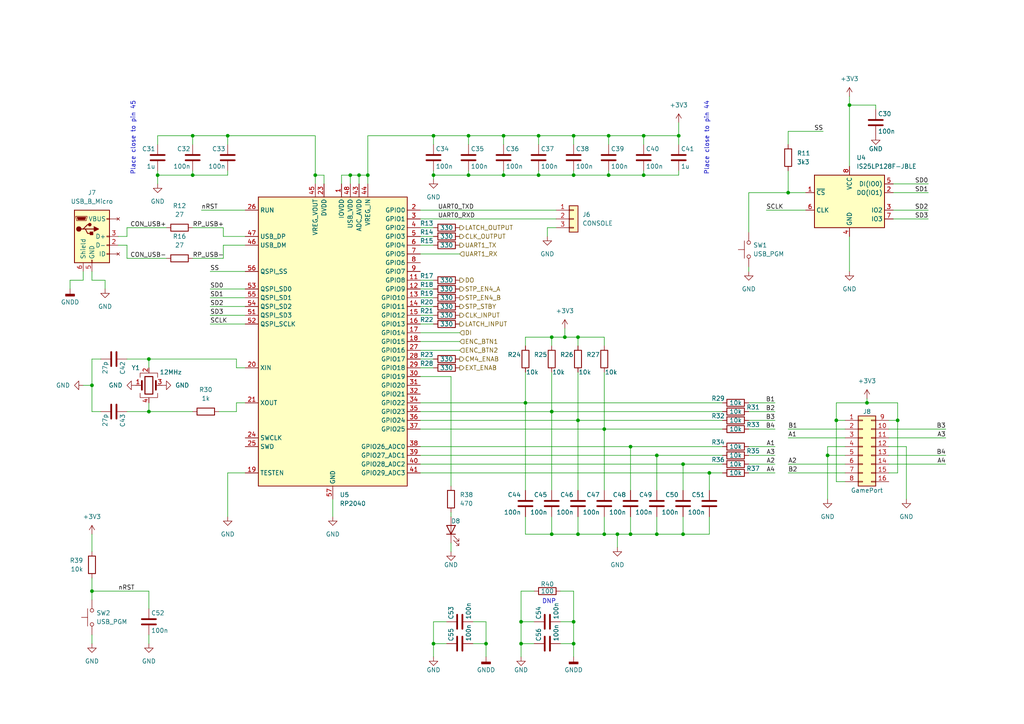
<source format=kicad_sch>
(kicad_sch (version 20211123) (generator eeschema)
  (paper "A4")
  (title_block (title "Cockpit CPU Card") (date "2023-01-21") (rev "A") (company "https://github.com/peterheinrich/DA20-C1-ProcedureTrainer") (comment 1 "Open Hardware") (comment 2 "License: CERN-OHL-P") (comment 3 "© 2023 by Peter Heinrich") (comment 4 "DA20 Hardware Cockpit Simulator Project"))
  (junction (at 246.38 30.48))
  (junction (at 91.44 50.8))
  (junction (at 251.46 116.84))
  (junction (at 135.89 50.8))
  (junction (at 125.73 50.8))
  (junction (at 196.85 39.37))
  (junction (at 179.07 154.94))
  (junction (at 156.21 50.8))
  (junction (at 151.13 186.69))
  (junction (at 240.03 132.08))
  (junction (at 166.37 39.37))
  (junction (at 182.88 129.54))
  (junction (at 43.18 104.14))
  (junction (at 198.12 134.62))
  (junction (at 43.18 119.38))
  (junction (at 175.26 154.94))
  (junction (at 166.37 186.69))
  (junction (at 146.05 50.8))
  (junction (at 198.12 154.94))
  (junction (at 152.4 116.84))
  (junction (at 176.53 50.8))
  (junction (at 66.04 39.37))
  (junction (at 101.6 50.8))
  (junction (at 55.88 50.8))
  (junction (at 166.37 180.34))
  (junction (at 205.74 137.16))
  (junction (at 190.5 154.94))
  (junction (at 160.02 154.94))
  (junction (at 125.73 39.37))
  (junction (at 146.05 39.37))
  (junction (at 186.69 50.8))
  (junction (at 176.53 39.37))
  (junction (at 45.72 50.8))
  (junction (at 175.26 124.46))
  (junction (at 228.6 55.88))
  (junction (at 163.83 97.79))
  (junction (at 260.35 121.92))
  (junction (at 106.68 50.8))
  (junction (at 166.37 50.8))
  (junction (at 125.73 186.69))
  (junction (at 26.67 111.76))
  (junction (at 182.88 154.94))
  (junction (at 160.02 119.38))
  (junction (at 167.64 121.92))
  (junction (at 242.57 121.92))
  (junction (at 167.64 97.79))
  (junction (at 156.21 39.37))
  (junction (at 190.5 132.08))
  (junction (at 151.13 180.34))
  (junction (at 55.88 39.37))
  (junction (at 186.69 39.37))
  (junction (at 26.67 171.45))
  (junction (at 160.02 97.79))
  (junction (at 167.64 154.94))
  (junction (at 104.14 50.8))
  (junction (at 140.97 186.69))
  (junction (at 135.89 39.37))
  (wire (pts (xy 228.6 127) (xy 245.11 127)))
  (wire (pts (xy 151.13 186.69) (xy 154.94 186.69)))
  (wire (pts (xy 121.92 73.66) (xy 133.35 73.66)))
  (wire (pts (xy 209.55 116.84) (xy 152.4 116.84)))
  (wire (pts (xy 209.55 119.38) (xy 160.02 119.38)))
  (wire (pts (xy 121.92 63.5) (xy 161.29 63.5)))
  (wire (pts (xy 257.81 124.46) (xy 274.32 124.46)))
  (wire (pts (xy 176.53 50.8) (xy 186.69 50.8)))
  (wire (pts (xy 205.74 154.94) (xy 198.12 154.94)))
  (wire (pts (xy 166.37 50.8) (xy 176.53 50.8)))
  (wire (pts (xy 162.56 180.34) (xy 166.37 180.34)))
  (wire (pts (xy 68.58 104.14) (xy 43.18 104.14)))
  (wire (pts (xy 55.88 39.37) (xy 55.88 41.91)))
  (wire (pts (xy 93.98 53.34) (xy 93.98 50.8)))
  (wire (pts (xy 68.58 119.38) (xy 68.58 116.84)))
  (wire (pts (xy 175.26 97.79) (xy 175.26 100.33)))
  (wire (pts (xy 163.83 95.25) (xy 163.83 97.79)))
  (wire (pts (xy 26.67 119.38) (xy 29.21 119.38)))
  (wire (pts (xy 198.12 154.94) (xy 190.5 154.94)))
  (wire (pts (xy 130.81 109.22) (xy 121.92 109.22)))
  (wire (pts (xy 26.67 184.15) (xy 26.67 186.69)))
  (wire (pts (xy 146.05 39.37) (xy 146.05 41.91)))
  (wire (pts (xy 26.67 111.76) (xy 26.67 119.38)))
  (wire (pts (xy 246.38 48.26) (xy 246.38 30.48)))
  (wire (pts (xy 125.73 50.8) (xy 125.73 52.07)))
  (wire (pts (xy 166.37 50.8) (xy 166.37 49.53)))
  (wire (pts (xy 246.38 27.94) (xy 246.38 30.48)))
  (wire (pts (xy 242.57 121.92) (xy 245.11 121.92)))
  (wire (pts (xy 121.92 66.04) (xy 125.73 66.04)))
  (wire (pts (xy 222.25 60.96) (xy 233.68 60.96)))
  (wire (pts (xy 152.4 116.84) (xy 152.4 142.24)))
  (wire (pts (xy 259.08 63.5) (xy 269.24 63.5)))
  (wire (pts (xy 91.44 50.8) (xy 91.44 53.34)))
  (wire (pts (xy 209.55 129.54) (xy 182.88 129.54)))
  (wire (pts (xy 121.92 106.68) (xy 125.73 106.68)))
  (wire (pts (xy 26.67 78.74) (xy 26.67 81.28)))
  (wire (pts (xy 48.26 66.04) (xy 36.83 66.04)))
  (wire (pts (xy 260.35 121.92) (xy 257.81 121.92)))
  (wire (pts (xy 196.85 50.8) (xy 196.85 49.53)))
  (wire (pts (xy 30.48 83.82) (xy 30.48 81.28)))
  (wire (pts (xy 26.67 104.14) (xy 26.67 111.76)))
  (wire (pts (xy 26.67 167.64) (xy 26.67 171.45)))
  (wire (pts (xy 58.42 60.96) (xy 71.12 60.96)))
  (wire (pts (xy 55.88 50.8) (xy 66.04 50.8)))
  (wire (pts (xy 228.6 124.46) (xy 245.11 124.46)))
  (wire (pts (xy 24.13 111.76) (xy 26.67 111.76)))
  (wire (pts (xy 209.55 132.08) (xy 190.5 132.08)))
  (wire (pts (xy 121.92 68.58) (xy 125.73 68.58)))
  (wire (pts (xy 29.21 104.14) (xy 26.67 104.14)))
  (wire (pts (xy 121.92 91.44) (xy 125.73 91.44)))
  (wire (pts (xy 224.79 116.84) (xy 217.17 116.84)))
  (wire (pts (xy 66.04 39.37) (xy 66.04 41.91)))
  (wire (pts (xy 125.73 180.34) (xy 129.54 180.34)))
  (wire (pts (xy 121.92 101.6) (xy 133.35 101.6)))
  (wire (pts (xy 151.13 186.69) (xy 151.13 180.34)))
  (wire (pts (xy 186.69 50.8) (xy 186.69 49.53)))
  (wire (pts (xy 43.18 184.15) (xy 43.18 186.69)))
  (wire (pts (xy 43.18 104.14) (xy 43.18 106.68)))
  (wire (pts (xy 152.4 154.94) (xy 152.4 149.86)))
  (wire (pts (xy 151.13 180.34) (xy 154.94 180.34)))
  (wire (pts (xy 63.5 119.38) (xy 68.58 119.38)))
  (wire (pts (xy 158.75 66.04) (xy 161.29 66.04)))
  (wire (pts (xy 175.26 124.46) (xy 175.26 142.24)))
  (wire (pts (xy 137.16 180.34) (xy 140.97 180.34)))
  (wire (pts (xy 121.92 86.36) (xy 125.73 86.36)))
  (wire (pts (xy 240.03 132.08) (xy 240.03 144.78)))
  (wire (pts (xy 121.92 104.14) (xy 125.73 104.14)))
  (wire (pts (xy 121.92 81.28) (xy 125.73 81.28)))
  (wire (pts (xy 156.21 50.8) (xy 156.21 49.53)))
  (wire (pts (xy 140.97 186.69) (xy 140.97 190.5)))
  (wire (pts (xy 60.96 88.9) (xy 71.12 88.9)))
  (wire (pts (xy 186.69 39.37) (xy 196.85 39.37)))
  (wire (pts (xy 71.12 106.68) (xy 68.58 106.68)))
  (wire (pts (xy 251.46 116.84) (xy 242.57 116.84)))
  (wire (pts (xy 158.75 68.58) (xy 158.75 66.04)))
  (wire (pts (xy 34.29 71.12) (xy 36.83 71.12)))
  (wire (pts (xy 106.68 50.8) (xy 106.68 53.34)))
  (wire (pts (xy 156.21 50.8) (xy 166.37 50.8)))
  (wire (pts (xy 45.72 41.91) (xy 45.72 39.37)))
  (wire (pts (xy 96.52 144.78) (xy 96.52 149.86)))
  (wire (pts (xy 228.6 49.53) (xy 228.6 55.88)))
  (wire (pts (xy 24.13 78.74) (xy 24.13 81.28)))
  (wire (pts (xy 166.37 39.37) (xy 166.37 41.91)))
  (wire (pts (xy 160.02 107.95) (xy 160.02 119.38)))
  (wire (pts (xy 30.48 81.28) (xy 26.67 81.28)))
  (wire (pts (xy 179.07 154.94) (xy 179.07 158.75)))
  (wire (pts (xy 68.58 116.84) (xy 71.12 116.84)))
  (wire (pts (xy 45.72 50.8) (xy 55.88 50.8)))
  (wire (pts (xy 36.83 74.93) (xy 48.26 74.93)))
  (wire (pts (xy 66.04 50.8) (xy 66.04 49.53)))
  (wire (pts (xy 45.72 50.8) (xy 45.72 53.34)))
  (wire (pts (xy 146.05 50.8) (xy 156.21 50.8)))
  (wire (pts (xy 163.83 97.79) (xy 160.02 97.79)))
  (wire (pts (xy 125.73 39.37) (xy 125.73 41.91)))
  (wire (pts (xy 55.88 66.04) (xy 64.77 66.04)))
  (wire (pts (xy 166.37 186.69) (xy 166.37 190.5)))
  (wire (pts (xy 262.89 129.54) (xy 262.89 144.78)))
  (wire (pts (xy 205.74 154.94) (xy 205.74 149.86)))
  (wire (pts (xy 36.83 71.12) (xy 36.83 74.93)))
  (wire (pts (xy 156.21 39.37) (xy 166.37 39.37)))
  (wire (pts (xy 60.96 91.44) (xy 71.12 91.44)))
  (wire (pts (xy 121.92 99.06) (xy 133.35 99.06)))
  (wire (pts (xy 166.37 171.45) (xy 166.37 180.34)))
  (wire (pts (xy 190.5 132.08) (xy 190.5 142.24)))
  (wire (pts (xy 257.81 127) (xy 274.32 127)))
  (wire (pts (xy 125.73 190.5) (xy 125.73 186.69)))
  (wire (pts (xy 254 30.48) (xy 254 31.75)))
  (wire (pts (xy 259.08 60.96) (xy 269.24 60.96)))
  (wire (pts (xy 146.05 50.8) (xy 146.05 49.53)))
  (wire (pts (xy 26.67 154.94) (xy 26.67 160.02)))
  (wire (pts (xy 246.38 30.48) (xy 254 30.48)))
  (wire (pts (xy 60.96 93.98) (xy 71.12 93.98)))
  (wire (pts (xy 160.02 119.38) (xy 160.02 142.24)))
  (wire (pts (xy 167.64 154.94) (xy 160.02 154.94)))
  (wire (pts (xy 125.73 50.8) (xy 135.89 50.8)))
  (wire (pts (xy 179.07 154.94) (xy 175.26 154.94)))
  (wire (pts (xy 130.81 157.48) (xy 130.81 160.02)))
  (wire (pts (xy 167.64 97.79) (xy 163.83 97.79)))
  (wire (pts (xy 240.03 129.54) (xy 240.03 132.08)))
  (wire (pts (xy 125.73 39.37) (xy 135.89 39.37)))
  (wire (pts (xy 125.73 186.69) (xy 129.54 186.69)))
  (wire (pts (xy 167.64 97.79) (xy 167.64 100.33)))
  (wire (pts (xy 209.55 134.62) (xy 198.12 134.62)))
  (wire (pts (xy 135.89 39.37) (xy 135.89 41.91)))
  (wire (pts (xy 66.04 39.37) (xy 91.44 39.37)))
  (wire (pts (xy 217.17 67.31) (xy 217.17 55.88)))
  (wire (pts (xy 154.94 171.45) (xy 151.13 171.45)))
  (wire (pts (xy 121.92 60.96) (xy 161.29 60.96)))
  (wire (pts (xy 26.67 171.45) (xy 43.18 171.45)))
  (wire (pts (xy 121.92 121.92) (xy 167.64 121.92)))
  (wire (pts (xy 121.92 96.52) (xy 133.35 96.52)))
  (wire (pts (xy 55.88 50.8) (xy 55.88 49.53)))
  (wire (pts (xy 162.56 186.69) (xy 166.37 186.69)))
  (wire (pts (xy 106.68 50.8) (xy 106.68 39.37)))
  (wire (pts (xy 101.6 50.8) (xy 104.14 50.8)))
  (wire (pts (xy 228.6 41.91) (xy 228.6 38.1)))
  (wire (pts (xy 209.55 137.16) (xy 205.74 137.16)))
  (wire (pts (xy 45.72 39.37) (xy 55.88 39.37)))
  (wire (pts (xy 152.4 97.79) (xy 152.4 100.33)))
  (wire (pts (xy 36.83 66.04) (xy 36.83 68.58)))
  (wire (pts (xy 121.92 137.16) (xy 205.74 137.16)))
  (wire (pts (xy 156.21 39.37) (xy 156.21 41.91)))
  (wire (pts (xy 245.11 129.54) (xy 240.03 129.54)))
  (wire (pts (xy 135.89 50.8) (xy 135.89 49.53)))
  (wire (pts (xy 182.88 154.94) (xy 182.88 149.86)))
  (wire (pts (xy 121.92 132.08) (xy 190.5 132.08)))
  (wire (pts (xy 121.92 93.98) (xy 125.73 93.98)))
  (wire (pts (xy 209.55 121.92) (xy 167.64 121.92)))
  (wire (pts (xy 60.96 78.74) (xy 71.12 78.74)))
  (wire (pts (xy 224.79 132.08) (xy 217.17 132.08)))
  (wire (pts (xy 104.14 50.8) (xy 106.68 50.8)))
  (wire (pts (xy 146.05 39.37) (xy 156.21 39.37)))
  (wire (pts (xy 130.81 149.86) (xy 130.81 148.59)))
  (wire (pts (xy 121.92 88.9) (xy 125.73 88.9)))
  (wire (pts (xy 26.67 171.45) (xy 26.67 173.99)))
  (wire (pts (xy 55.88 119.38) (xy 43.18 119.38)))
  (wire (pts (xy 121.92 134.62) (xy 198.12 134.62)))
  (wire (pts (xy 186.69 50.8) (xy 196.85 50.8)))
  (wire (pts (xy 176.53 50.8) (xy 176.53 49.53)))
  (wire (pts (xy 64.77 74.93) (xy 55.88 74.93)))
  (wire (pts (xy 260.35 116.84) (xy 260.35 121.92)))
  (wire (pts (xy 104.14 50.8) (xy 104.14 53.34)))
  (wire (pts (xy 71.12 71.12) (xy 64.77 71.12)))
  (wire (pts (xy 66.04 137.16) (xy 71.12 137.16)))
  (wire (pts (xy 224.79 124.46) (xy 217.17 124.46)))
  (wire (pts (xy 224.79 121.92) (xy 217.17 121.92)))
  (wire (pts (xy 135.89 50.8) (xy 146.05 50.8)))
  (wire (pts (xy 196.85 39.37) (xy 196.85 41.91)))
  (wire (pts (xy 217.17 78.74) (xy 217.17 77.47)))
  (wire (pts (xy 101.6 50.8) (xy 101.6 53.34)))
  (wire (pts (xy 125.73 186.69) (xy 125.73 180.34)))
  (wire (pts (xy 167.64 121.92) (xy 167.64 142.24)))
  (wire (pts (xy 64.77 71.12) (xy 64.77 74.93)))
  (wire (pts (xy 224.79 137.16) (xy 217.17 137.16)))
  (wire (pts (xy 175.26 154.94) (xy 167.64 154.94)))
  (wire (pts (xy 257.81 137.16) (xy 260.35 137.16)))
  (wire (pts (xy 121.92 124.46) (xy 175.26 124.46)))
  (wire (pts (xy 175.26 97.79) (xy 167.64 97.79)))
  (wire (pts (xy 160.02 97.79) (xy 152.4 97.79)))
  (wire (pts (xy 64.77 68.58) (xy 71.12 68.58)))
  (wire (pts (xy 99.06 50.8) (xy 101.6 50.8)))
  (wire (pts (xy 257.81 129.54) (xy 262.89 129.54)))
  (wire (pts (xy 242.57 116.84) (xy 242.57 121.92)))
  (wire (pts (xy 137.16 186.69) (xy 140.97 186.69)))
  (wire (pts (xy 60.96 86.36) (xy 71.12 86.36)))
  (wire (pts (xy 160.02 154.94) (xy 152.4 154.94)))
  (wire (pts (xy 228.6 137.16) (xy 245.11 137.16)))
  (wire (pts (xy 121.92 129.54) (xy 182.88 129.54)))
  (wire (pts (xy 43.18 119.38) (xy 43.18 116.84)))
  (wire (pts (xy 60.96 83.82) (xy 71.12 83.82)))
  (wire (pts (xy 152.4 107.95) (xy 152.4 116.84)))
  (wire (pts (xy 66.04 149.86) (xy 66.04 137.16)))
  (wire (pts (xy 121.92 119.38) (xy 160.02 119.38)))
  (wire (pts (xy 242.57 139.7) (xy 242.57 121.92)))
  (wire (pts (xy 260.35 137.16) (xy 260.35 121.92)))
  (wire (pts (xy 24.13 81.28) (xy 20.32 81.28)))
  (wire (pts (xy 99.06 53.34) (xy 99.06 50.8)))
  (wire (pts (xy 257.81 132.08) (xy 274.32 132.08)))
  (wire (pts (xy 182.88 129.54) (xy 182.88 142.24)))
  (wire (pts (xy 64.77 66.04) (xy 64.77 68.58)))
  (wire (pts (xy 251.46 115.57) (xy 251.46 116.84)))
  (wire (pts (xy 228.6 55.88) (xy 233.68 55.88)))
  (wire (pts (xy 55.88 39.37) (xy 66.04 39.37)))
  (wire (pts (xy 246.38 68.58) (xy 246.38 78.74)))
  (wire (pts (xy 166.37 180.34) (xy 166.37 186.69)))
  (wire (pts (xy 121.92 83.82) (xy 125.73 83.82)))
  (wire (pts (xy 245.11 139.7) (xy 242.57 139.7)))
  (wire (pts (xy 224.79 134.62) (xy 217.17 134.62)))
  (wire (pts (xy 251.46 116.84) (xy 260.35 116.84)))
  (wire (pts (xy 190.5 154.94) (xy 182.88 154.94)))
  (wire (pts (xy 205.74 137.16) (xy 205.74 142.24)))
  (wire (pts (xy 228.6 38.1) (xy 238.76 38.1)))
  (wire (pts (xy 45.72 49.53) (xy 45.72 50.8)))
  (wire (pts (xy 167.64 107.95) (xy 167.64 121.92)))
  (wire (pts (xy 130.81 140.97) (xy 130.81 109.22)))
  (wire (pts (xy 186.69 39.37) (xy 186.69 41.91)))
  (wire (pts (xy 91.44 39.37) (xy 91.44 50.8)))
  (wire (pts (xy 209.55 124.46) (xy 175.26 124.46)))
  (wire (pts (xy 151.13 190.5) (xy 151.13 186.69)))
  (wire (pts (xy 259.08 53.34) (xy 269.24 53.34)))
  (wire (pts (xy 228.6 134.62) (xy 245.11 134.62)))
  (wire (pts (xy 190.5 154.94) (xy 190.5 149.86)))
  (wire (pts (xy 36.83 104.14) (xy 43.18 104.14)))
  (wire (pts (xy 259.08 55.88) (xy 269.24 55.88)))
  (wire (pts (xy 196.85 35.56) (xy 196.85 39.37)))
  (wire (pts (xy 182.88 154.94) (xy 179.07 154.94)))
  (wire (pts (xy 140.97 180.34) (xy 140.97 186.69)))
  (wire (pts (xy 175.26 107.95) (xy 175.26 124.46)))
  (wire (pts (xy 121.92 116.84) (xy 152.4 116.84)))
  (wire (pts (xy 198.12 154.94) (xy 198.12 149.86)))
  (wire (pts (xy 36.83 119.38) (xy 43.18 119.38)))
  (wire (pts (xy 175.26 149.86) (xy 175.26 154.94)))
  (wire (pts (xy 224.79 119.38) (xy 217.17 119.38)))
  (wire (pts (xy 167.64 154.94) (xy 167.64 149.86)))
  (wire (pts (xy 198.12 134.62) (xy 198.12 142.24)))
  (wire (pts (xy 176.53 39.37) (xy 186.69 39.37)))
  (wire (pts (xy 43.18 171.45) (xy 43.18 176.53)))
  (wire (pts (xy 93.98 50.8) (xy 91.44 50.8)))
  (wire (pts (xy 160.02 97.79) (xy 160.02 100.33)))
  (wire (pts (xy 224.79 129.54) (xy 217.17 129.54)))
  (wire (pts (xy 68.58 106.68) (xy 68.58 104.14)))
  (wire (pts (xy 121.92 71.12) (xy 125.73 71.12)))
  (wire (pts (xy 176.53 39.37) (xy 176.53 41.91)))
  (wire (pts (xy 160.02 154.94) (xy 160.02 149.86)))
  (wire (pts (xy 106.68 39.37) (xy 125.73 39.37)))
  (wire (pts (xy 151.13 180.34) (xy 151.13 171.45)))
  (wire (pts (xy 257.81 134.62) (xy 274.32 134.62)))
  (wire (pts (xy 36.83 68.58) (xy 34.29 68.58)))
  (wire (pts (xy 166.37 171.45) (xy 162.56 171.45)))
  (wire (pts (xy 166.37 39.37) (xy 176.53 39.37)))
  (wire (pts (xy 125.73 49.53) (xy 125.73 50.8)))
  (wire (pts (xy 135.89 39.37) (xy 146.05 39.37)))
  (wire (pts (xy 20.32 81.28) (xy 20.32 83.82)))
  (wire (pts (xy 217.17 55.88) (xy 228.6 55.88)))
  (wire (pts (xy 240.03 132.08) (xy 245.11 132.08)))
  (text "Place close to pin 45" (at 39.37 50.8 90) (effects (font (size 1.27 1.27)) (justify left bottom)))
  (text "Place close to pin 44" (at 205.74 50.8 90) (effects (font (size 1.27 1.27)) (justify left bottom)))
  (text "DNP" (at 161.29 175.26 180) (effects (font (size 1.27 1.27)) (justify right bottom)))
  (label "nRST" (at 58.42 60.96 0))
  (label "A2" (at 228.6 134.62 0))
  (label "UART0_RXD" (at 127 63.5 0))
  (label "A3" (at 274.32 127 180))
  (label "SS" (at 60.96 78.74 0))
  (label "B1" (at 224.79 116.84 180))
  (label "SD1" (at 269.24 55.88 180))
  (label "A2" (at 224.79 134.62 180))
  (label "B3" (at 224.79 121.92 180))
  (label "SD3" (at 269.24 63.5 180))
  (label "SD3" (at 60.96 91.44 0))
  (label "RP_USB+" (at 55.88 66.04 0))
  (label "A3" (at 224.79 132.08 180))
  (label "A4" (at 274.32 134.62 180))
  (label "SS" (at 238.76 38.1 180))
  (label "nRST" (at 34.29 171.45 0))
  (label "A1" (at 228.6 127 0))
  (label "B4" (at 274.32 132.08 180))
  (label "SD2" (at 269.24 60.96 180))
  (label "B2" (at 224.79 119.38 180))
  (label "UART0_TXD" (at 127 60.96 0))
  (label "CON_USB+" (at 48.26 66.04 180))
  (label "B4" (at 224.79 124.46 180))
  (label "RP_USB-" (at 55.88 74.93 0))
  (label "B1" (at 228.6 124.46 0))
  (label "CON_USB-" (at 48.26 74.93 180))
  (label "SCLK" (at 60.96 93.98 0))
  (label "SD2" (at 60.96 88.9 0))
  (label "SD1" (at 60.96 86.36 0))
  (label "SD0" (at 269.24 53.34 180))
  (label "B3" (at 274.32 124.46 180))
  (label "A1" (at 224.79 129.54 180))
  (label "B2" (at 228.6 137.16 0))
  (label "SCLK" (at 222.25 60.96 0))
  (label "A4" (at 224.79 137.16 180))
  (label "SD0" (at 60.96 83.82 0))
  (hierarchical_label "UART1_RX" (shape input) (at 133.35 73.66 0))
  (hierarchical_label "ENC_BTN1" (shape input) (at 133.35 99.06 0))
  (hierarchical_label "DO" (shape output) (at 133.35 81.28 0))
  (hierarchical_label "STP_STBY" (shape output) (at 133.35 88.9 0))
  (hierarchical_label "STP_EN4_B" (shape output) (at 133.35 86.36 0))
  (hierarchical_label "ENC_BTN2" (shape input) (at 133.35 101.6 0))
  (hierarchical_label "CLK_OUTPUT" (shape output) (at 133.35 68.58 0))
  (hierarchical_label "CM4_ENAB" (shape output) (at 133.35 104.14 0))
  (hierarchical_label "STP_EN4_A" (shape output) (at 133.35 83.82 0))
  (hierarchical_label "DI" (shape input) (at 133.35 96.52 0))
  (hierarchical_label "UART1_TX" (shape output) (at 133.35 71.12 0))
  (hierarchical_label "LATCH_OUTPUT" (shape output) (at 133.35 66.04 0))
  (hierarchical_label "EXT_ENAB" (shape output) (at 133.35 106.68 0))
  (hierarchical_label "LATCH_INPUT" (shape output) (at 133.35 93.98 0))
  (hierarchical_label "CLK_INPUT" (shape output) (at 133.35 91.44 0))
  (symbol (lib_id "Device:R") (at 158.75 171.45 270) (mirror x) (unit 1) (in_bom no)
    (property "Reference" "R40" (at 158.75 169.418 90))
    (property "Value" "100" (at 158.75 171.45 90))
    (property "Footprint" "Resistor_SMD:R_0805_2012Metric" (effects hide))
    (property "MPN" "MC01W08051100R" (effects hide))
    (property "ON_FARNELL" "9332375" (effects hide))
  )
  (symbol (lib_id "Switch:SW_Push") (at 26.67 179.07 90) (unit 1)
    (property "Reference" "SW2" (at 27.94 177.7999 90) (effects (justify right)))
    (property "Value" "USB_PGM" (at 27.94 180.3399 90) (effects (justify right)))
    (property "Footprint" "Button_Switch_SMD:SW_Push_1P1T_NO_CK_KSC6xxJ" (effects hide))
    (property "MPN" "KSC441J70SHLFS" (effects hide))
    (property "ON_FARNELL" "2320051" (effects hide))
  )
  (symbol (lib_id "Device:R") (at 130.81 144.78 0) (unit 1)
    (property "Reference" "R38" (at 133.35 143.5099 0) (effects (justify left)))
    (property "Value" "470" (at 133.35 146.0499 0) (effects (justify left)))
    (property "Footprint" "Resistor_SMD:R_0603_1608Metric" (effects hide))
    (property "MPN" "MCMR06X4700FTL" (effects hide))
    (property "ON_FARNELL" "2073508" (effects hide))
  )
  (symbol (lib_id "power:GND") (at 130.81 160.02 0) (mirror y) (unit 1)
    (property "Reference" "#PWR083" (effects hide))
    (property "Value" "GND" (at 130.81 163.83 0))
  )
  (symbol (lib_id "power:GND") (at 262.89 144.78 0) (unit 1)
    (property "Reference" "#PWR078" (effects hide))
    (property "Value" "GND" (at 262.89 149.86 0))
  )
  (symbol (lib_id "power:GND") (at 43.18 186.69 0) (unit 1)
    (property "Reference" "#PWR085" (effects hide))
    (property "Value" "GND" (at 43.18 191.77 0))
  )
  (symbol (lib_id "Device:R") (at 167.64 104.14 0) (mirror y) (unit 1)
    (property "Reference" "R26" (at 166.37 102.87 0) (effects (justify left)))
    (property "Value" "10k" (at 171.45 107.95 0) (effects (justify left)))
    (property "Footprint" "Resistor_SMD:R_0603_1608Metric" (effects hide))
    (property "MPN" "MCMR06X103 JTL" (effects hide))
    (property "ON_FARNELL" "2073356" (effects hide))
  )
  (symbol (lib_id "Device:R") (at 228.6 45.72 0) (unit 1)
    (property "Reference" "R11" (at 231.14 44.4499 0) (effects (justify left)))
    (property "Value" "3k3" (at 231.14 46.9899 0) (effects (justify left)))
    (property "Footprint" "Resistor_SMD:R_0603_1608Metric" (effects hide))
    (property "MPN" "MCWR06X3301FTL" (effects hide))
    (property "ON_FARNELL" "2447359" (effects hide))
  )
  (symbol (lib_id "Device:C") (at 176.53 45.72 0) (unit 1)
    (property "Reference" "C39" (at 177.165 43.18 0) (effects (justify left)))
    (property "Value" "100n" (at 177.165 48.26 0) (effects (justify left)))
    (property "Footprint" "Capacitor_SMD:C_0603_1608Metric" (effects hide))
    (property "Datasheet" "https://www.farnell.com/datasheets/2735905.pdf" (effects hide))
    (property "MPN" "CL10B104KO8NNNC" (effects hide))
    (property "ON_FARNELL" "3013413" (effects hide))
  )
  (symbol (lib_id "Device:C") (at 205.74 146.05 0) (mirror y) (unit 1)
    (property "Reference" "C51" (at 204.47 143.51 0) (effects (justify left)))
    (property "Value" "100n" (at 204.47 148.59 0) (effects (justify left)))
    (property "Footprint" "Capacitor_SMD:C_0603_1608Metric" (effects hide))
    (property "Datasheet" "https://www.farnell.com/datasheets/2735905.pdf" (effects hide))
    (property "MPN" "CL10B104KO8NNNC" (effects hide))
    (property "ON_FARNELL" "3013413" (effects hide))
  )
  (symbol (lib_id "Device:C") (at 158.75 180.34 90) (unit 1)
    (property "Reference" "C54" (at 156.21 179.705 0) (effects (justify left)))
    (property "Value" "100n" (at 161.29 179.705 0) (effects (justify left)))
    (property "Footprint" "Capacitor_SMD:C_0603_1608Metric" (effects hide))
    (property "Datasheet" "https://www.farnell.com/datasheets/2735905.pdf" (effects hide))
    (property "MPN" "CL10B104KO8NNNC" (effects hide))
    (property "ON_FARNELL" "3013413" (effects hide))
  )
  (symbol (lib_id "Device:R") (at 129.54 104.14 90) (mirror x) (unit 1)
    (property "Reference" "R23" (at 125.73 102.87 90) (effects (justify left)))
    (property "Value" "330" (at 131.445 104.14 90) (effects (justify left)))
    (property "Footprint" "Resistor_SMD:R_0603_1608Metric" (effects hide))
    (property "MPN" "MCWR06X3300FTL" (effects hide))
    (property "ON_FARNELL" "2447339" (effects hide))
  )
  (symbol (lib_id "Device:R") (at 129.54 68.58 90) (mirror x) (unit 1)
    (property "Reference" "R14" (at 125.73 67.31 90) (effects (justify left)))
    (property "Value" "330" (at 131.445 68.58 90) (effects (justify left)))
    (property "Footprint" "Resistor_SMD:R_0603_1608Metric" (effects hide))
    (property "MPN" "MCWR06X3300FTL" (effects hide))
    (property "ON_FARNELL" "2447339" (effects hide))
  )
  (symbol (lib_id "Device:C") (at 33.02 104.14 270) (unit 1)
    (property "Reference" "C42" (at 35.56 104.775 0) (effects (justify left)))
    (property "Value" "27p" (at 30.48 104.775 0) (effects (justify left)))
    (property "Footprint" "Capacitor_SMD:C_0603_1608Metric" (effects hide))
    (property "Datasheet" "https://www.farnell.com/datasheets/2735905.pdf" (effects hide))
    (property "MPN" "C0603C270K5GACTU" (effects hide))
    (property "ON_FARNELL" "2773145" (effects hide))
  )
  (symbol (lib_id "Device:R") (at 129.54 66.04 90) (mirror x) (unit 1)
    (property "Reference" "R13" (at 125.73 64.77 90) (effects (justify left)))
    (property "Value" "330" (at 131.445 66.04 90) (effects (justify left)))
    (property "Footprint" "Resistor_SMD:R_0603_1608Metric" (effects hide))
    (property "MPN" "MCWR06X3300FTL" (effects hide))
    (property "ON_FARNELL" "2447339" (effects hide))
  )
  (symbol (lib_id "Device:R") (at 129.54 71.12 90) (mirror x) (unit 1)
    (property "Reference" "R15" (at 125.73 69.85 90) (effects (justify left)))
    (property "Value" "330" (at 131.445 71.12 90) (effects (justify left)))
    (property "Footprint" "Resistor_SMD:R_0603_1608Metric" (effects hide))
    (property "MPN" "MCWR06X3300FTL" (effects hide))
    (property "ON_FARNELL" "2447339" (effects hide))
  )
  (symbol (lib_id "power:GND") (at 240.03 144.78 0) (unit 1)
    (property "Reference" "#PWR077" (effects hide))
    (property "Value" "GND" (at 240.03 149.86 0))
  )
  (symbol (lib_id "Device:R") (at 152.4 104.14 0) (mirror y) (unit 1)
    (property "Reference" "R24" (at 151.13 102.87 0) (effects (justify left)))
    (property "Value" "10k" (at 156.21 107.95 0) (effects (justify left)))
    (property "Footprint" "Resistor_SMD:R_0603_1608Metric" (effects hide))
    (property "MPN" "MCMR06X103 JTL" (effects hide))
    (property "ON_FARNELL" "2073356" (effects hide))
  )
  (symbol (lib_id "Device:C") (at 166.37 45.72 0) (unit 1)
    (property "Reference" "C38" (at 167.005 43.18 0) (effects (justify left)))
    (property "Value" "100n" (at 167.005 48.26 0) (effects (justify left)))
    (property "Footprint" "Capacitor_SMD:C_0603_1608Metric" (effects hide))
    (property "Datasheet" "https://www.farnell.com/datasheets/2735905.pdf" (effects hide))
    (property "MPN" "CL10B104KO8NNNC" (effects hide))
    (property "ON_FARNELL" "3013413" (effects hide))
  )
  (symbol (lib_id "Device:R") (at 26.67 163.83 0) (mirror y) (unit 1)
    (property "Reference" "R39" (at 24.13 162.5599 0) (effects (justify left)))
    (property "Value" "10k" (at 24.13 165.0999 0) (effects (justify left)))
    (property "Footprint" "Resistor_SMD:R_0603_1608Metric" (effects hide))
    (property "MPN" "MCMR06X103 JTL" (effects hide))
    (property "ON_FARNELL" "2073356" (effects hide))
  )
  (symbol (lib_id "Device:R") (at 52.07 74.93 90) (unit 1)
    (property "Reference" "R16" (at 52.07 68.58 90))
    (property "Value" "27" (at 52.07 71.12 90))
    (property "Footprint" "Resistor_SMD:R_0603_1608Metric" (effects hide))
    (property "MPN" "MCWR06X27R0FTL" (effects hide))
    (property "ON_FARNELL" "2447316" (effects hide))
  )
  (symbol (lib_id "Device:LED") (at 130.81 153.67 90) (unit 1)
    (property "Reference" "D8" (at 130.81 151.13 90) (effects (justify right)))
    (property "Value" "LED" (effects hide))
    (property "Footprint" "LED_SMD:LED_0603_1608Metric_Pad1.05x0.95mm_HandSolder" (effects hide))
    (property "MPN" "150060VS75000" (effects hide))
    (property "ON_FARNELL" "2322073" (effects hide))
  )
  (symbol (lib_id "power:GNDD") (at 140.97 190.5 0) (unit 1)
    (property "Reference" "#PWR087" (effects hide))
    (property "Value" "GNDD" (at 140.97 194.31 0))
  )
  (symbol (lib_id "power:GND") (at 158.75 68.58 0) (unit 1)
    (property "Reference" "#PWR067" (effects hide))
    (property "Value" "GND" (at 158.75 73.66 0))
  )
  (symbol (lib_id "Device:C") (at 125.73 45.72 0) (unit 1)
    (property "Reference" "C34" (at 126.365 43.18 0) (effects (justify left)))
    (property "Value" "100n" (at 126.365 48.26 0) (effects (justify left)))
    (property "Footprint" "Capacitor_SMD:C_0603_1608Metric" (effects hide))
    (property "Datasheet" "https://www.farnell.com/datasheets/2735905.pdf" (effects hide))
    (property "MPN" "CL10B104KO8NNNC" (effects hide))
    (property "ON_FARNELL" "3013413" (effects hide))
  )
  (symbol (lib_id "power:+3V3") (at 196.85 35.56 0) (unit 1)
    (property "Reference" "#PWR063" (effects hide))
    (property "Value" "+3V3" (at 196.85 30.48 0))
  )
  (symbol (lib_id "Device:C") (at 146.05 45.72 0) (unit 1)
    (property "Reference" "C36" (at 146.685 43.18 0) (effects (justify left)))
    (property "Value" "100n" (at 146.685 48.26 0) (effects (justify left)))
    (property "Footprint" "Capacitor_SMD:C_0603_1608Metric" (effects hide))
    (property "Datasheet" "https://www.farnell.com/datasheets/2735905.pdf" (effects hide))
    (property "MPN" "CL10B104KO8NNNC" (effects hide))
    (property "ON_FARNELL" "3013413" (effects hide))
  )
  (symbol (lib_id "power:GND") (at 217.17 78.74 0) (unit 1)
    (property "Reference" "#PWR068" (effects hide))
    (property "Value" "GND" (at 217.17 83.82 0))
  )
  (symbol (lib_id "Device:R") (at 175.26 104.14 0) (mirror y) (unit 1)
    (property "Reference" "R27" (at 173.99 102.87 0) (effects (justify left)))
    (property "Value" "10k" (at 179.07 107.95 0) (effects (justify left)))
    (property "Footprint" "Resistor_SMD:R_0603_1608Metric" (effects hide))
    (property "MPN" "MCMR06X103 JTL" (effects hide))
    (property "ON_FARNELL" "2073356" (effects hide))
  )
  (symbol (lib_id "Device:R") (at 213.36 119.38 90) (unit 1)
    (property "Reference" "R31" (at 218.44 118.11 90))
    (property "Value" "10k" (at 213.36 119.38 90))
    (property "Footprint" "Resistor_SMD:R_0603_1608Metric" (effects hide))
    (property "MPN" "MCMR06X103 JTL" (effects hide))
    (property "ON_FARNELL" "2073356" (effects hide))
  )
  (symbol (lib_id "Memory_Flash:W25Q128JVS") (at 246.38 58.42 0) (unit 1)
    (property "Reference" "U4" (at 248.3994 45.72 0) (effects (justify left)))
    (property "Value" "IS25LP128F-JBLE" (at 248.3994 48.26 0) (effects (justify left)))
    (property "Footprint" "Package_SO:SOIC-8_5.23x5.23mm_P1.27mm" (effects hide))
    (property "MPN" "IS25LP128F-JBLE" (effects hide))
    (property "ON_FARNELL" "2901144" (effects hide))
  )
  (symbol (lib_id "Device:C") (at 156.21 45.72 0) (unit 1)
    (property "Reference" "C37" (at 156.845 43.18 0) (effects (justify left)))
    (property "Value" "100n" (at 156.845 48.26 0) (effects (justify left)))
    (property "Footprint" "Capacitor_SMD:C_0603_1608Metric" (effects hide))
    (property "Datasheet" "https://www.farnell.com/datasheets/2735905.pdf" (effects hide))
    (property "MPN" "CL10B104KO8NNNC" (effects hide))
    (property "ON_FARNELL" "3013413" (effects hide))
  )
  (symbol (lib_id "power:GNDD") (at 20.32 83.82 0) (unit 1)
    (property "Reference" "#PWR070" (effects hide))
    (property "Value" "GNDD" (at 20.32 87.63 0))
  )
  (symbol (lib_id "power:GND") (at 26.67 186.69 0) (unit 1)
    (property "Reference" "#PWR084" (effects hide))
    (property "Value" "GND" (at 26.67 191.77 0))
  )
  (symbol (lib_id "power:GND") (at 246.38 78.74 0) (unit 1)
    (property "Reference" "#PWR069" (effects hide))
    (property "Value" "GND" (at 246.38 83.82 0))
  )
  (symbol (lib_id "Device:Crystal_GND24") (at 43.18 111.76 0) (unit 1)
    (property "Reference" "Y1" (at 39.37 106.68 0))
    (property "Value" "12MHz" (at 49.53 107.95 0))
    (property "Footprint" "Crystal:Crystal_SMD_Abracon_ABM8G-4Pin_3.2x2.5mm" (effects hide))
    (property "MPN" "ABM8G-12.000MHZ-18-D2Y-T" (effects hide))
    (property "ON_FARNELL" "2308709" (effects hide))
  )
  (symbol (lib_id "power:+3V3") (at 163.83 95.25 0) (mirror y) (unit 1)
    (property "Reference" "#PWR072" (effects hide))
    (property "Value" "+3V3" (at 163.83 90.17 0))
  )
  (symbol (lib_id "Device:R") (at 129.54 106.68 90) (mirror x) (unit 1)
    (property "Reference" "R28" (at 125.73 105.41 90) (effects (justify left)))
    (property "Value" "330" (at 131.445 106.68 90) (effects (justify left)))
    (property "Footprint" "Resistor_SMD:R_0603_1608Metric" (effects hide))
    (property "MPN" "MCWR06X3300FTL" (effects hide))
    (property "ON_FARNELL" "2447339" (effects hide))
  )
  (symbol (lib_id "Device:C") (at 55.88 45.72 0) (mirror y) (unit 1)
    (property "Reference" "C32" (at 55.245 43.18 0) (effects (justify left)))
    (property "Value" "100n" (at 55.245 48.26 0) (effects (justify left)))
    (property "Footprint" "Capacitor_SMD:C_0603_1608Metric" (effects hide))
    (property "Datasheet" "https://www.farnell.com/datasheets/2735905.pdf" (effects hide))
    (property "MPN" "CL10B104KO8NNNC" (effects hide))
    (property "ON_FARNELL" "3013413" (effects hide))
  )
  (symbol (lib_id "power:GND") (at 39.37 111.76 270) (unit 1)
    (property "Reference" "#PWR074" (effects hide))
    (property "Value" "GND" (at 35.56 111.7599 90) (effects (justify right)))
  )
  (symbol (lib_id "Device:R") (at 52.07 66.04 90) (unit 1)
    (property "Reference" "R12" (at 52.07 59.69 90))
    (property "Value" "27" (at 52.07 62.23 90))
    (property "Footprint" "Resistor_SMD:R_0603_1608Metric" (effects hide))
    (property "MPN" "MCWR06X27R0FTL" (effects hide))
    (property "ON_FARNELL" "2447316" (effects hide))
  )
  (symbol (lib_id "Device:C") (at 135.89 45.72 0) (unit 1)
    (property "Reference" "C35" (at 136.525 43.18 0) (effects (justify left)))
    (property "Value" "100n" (at 136.525 48.26 0) (effects (justify left)))
    (property "Footprint" "Capacitor_SMD:C_0603_1608Metric" (effects hide))
    (property "Datasheet" "https://www.farnell.com/datasheets/2735905.pdf" (effects hide))
    (property "MPN" "CL10B104KO8NNNC" (effects hide))
    (property "ON_FARNELL" "3013413" (effects hide))
  )
  (symbol (lib_id "power:GND") (at 125.73 52.07 0) (unit 1)
    (property "Reference" "#PWR065" (effects hide))
    (property "Value" "GND" (at 125.73 57.15 0))
  )
  (symbol (lib_id "Device:C") (at 254 35.56 0) (unit 1)
    (property "Reference" "C30" (at 254.635 33.02 0) (effects (justify left)))
    (property "Value" "100n" (at 254.635 38.1 0) (effects (justify left)))
    (property "Footprint" "Capacitor_SMD:C_0603_1608Metric" (effects hide))
    (property "Datasheet" "https://www.farnell.com/datasheets/2735905.pdf" (effects hide))
    (property "MPN" "CL10B104KO8NNNC" (effects hide))
    (property "ON_FARNELL" "3013413" (effects hide))
  )
  (symbol (lib_id "Device:C") (at 45.72 45.72 0) (mirror y) (unit 1)
    (property "Reference" "C31" (at 45.085 43.18 0) (effects (justify left)))
    (property "Value" "1u" (at 45.085 48.26 0) (effects (justify left)))
    (property "Footprint" "Capacitor_SMD:C_0603_1608Metric" (effects hide))
    (property "Datasheet" "https://www.farnell.com/datasheets/2735905.pdf" (effects hide))
    (property "MPN" "CL10A105KO8NNNC" (effects hide))
    (property "ON_FARNELL" "3013384" (effects hide))
  )
  (symbol (lib_id "Device:C") (at 152.4 146.05 0) (mirror y) (unit 1)
    (property "Reference" "C44" (at 151.13 143.51 0) (effects (justify left)))
    (property "Value" "100n" (at 151.13 148.59 0) (effects (justify left)))
    (property "Footprint" "Capacitor_SMD:C_0603_1608Metric" (effects hide))
    (property "Datasheet" "https://www.farnell.com/datasheets/2735905.pdf" (effects hide))
    (property "MPN" "CL10B104KO8NNNC" (effects hide))
    (property "ON_FARNELL" "3013413" (effects hide))
  )
  (symbol (lib_id "power:+3V3") (at 246.38 27.94 0) (unit 1)
    (property "Reference" "#PWR062" (effects hide))
    (property "Value" "+3V3" (at 246.38 22.86 0))
  )
  (symbol (lib_id "Device:C") (at 182.88 146.05 0) (mirror y) (unit 1)
    (property "Reference" "C48" (at 181.61 143.51 0) (effects (justify left)))
    (property "Value" "100n" (at 181.61 148.59 0) (effects (justify left)))
    (property "Footprint" "Capacitor_SMD:C_0603_1608Metric" (effects hide))
    (property "Datasheet" "https://www.farnell.com/datasheets/2735905.pdf" (effects hide))
    (property "MPN" "CL10B104KO8NNNC" (effects hide))
    (property "ON_FARNELL" "3013413" (effects hide))
  )
  (symbol (lib_id "Device:R") (at 213.36 134.62 270) (mirror x) (unit 1)
    (property "Reference" "R36" (at 208.28 133.35 90))
    (property "Value" "10k" (at 213.36 134.62 90))
    (property "Footprint" "Resistor_SMD:R_0603_1608Metric" (effects hide))
    (property "MPN" "MCMR06X103 JTL" (effects hide))
    (property "ON_FARNELL" "2073356" (effects hide))
  )
  (symbol (lib_id "Device:R") (at 213.36 132.08 90) (unit 1)
    (property "Reference" "R35" (at 218.44 130.81 90))
    (property "Value" "10k" (at 213.36 132.08 90))
    (property "Footprint" "Resistor_SMD:R_0603_1608Metric" (effects hide))
    (property "MPN" "MCMR06X103 JTL" (effects hide))
    (property "ON_FARNELL" "2073356" (effects hide))
  )
  (symbol (lib_id "Connector_Generic:Conn_02x08_Top_Bottom") (at 250.19 129.54 0) (unit 1)
    (property "Reference" "J8" (at 251.46 119.38 0))
    (property "Value" "GamePort" (at 251.46 142.24 0))
    (property "Footprint" "Connector_PinHeader_2.54mm:PinHeader_2x08_P2.54mm_Vertical" (effects hide))
    (property "MPN" "2213S-16G" (effects hide))
    (property "ON_FARNELL" "1593445" (effects hide))
  )
  (symbol (lib_id "power:+3V3") (at 251.46 115.57 0) (unit 1)
    (property "Reference" "#PWR076" (effects hide))
    (property "Value" "+3V3" (at 251.46 110.49 0))
  )
  (symbol (lib_id "power:GND") (at 96.52 149.86 0) (unit 1)
    (property "Reference" "#PWR080" (effects hide))
    (property "Value" "GND" (at 96.52 154.94 0))
  )
  (symbol (lib_id "Device:R") (at 129.54 83.82 90) (mirror x) (unit 1)
    (property "Reference" "R18" (at 125.73 82.55 90) (effects (justify left)))
    (property "Value" "330" (at 131.445 83.82 90) (effects (justify left)))
    (property "Footprint" "Resistor_SMD:R_0603_1608Metric" (effects hide))
    (property "MPN" "MCWR06X3300FTL" (effects hide))
    (property "ON_FARNELL" "2447339" (effects hide))
  )
  (symbol (lib_id "power:GND") (at 179.07 158.75 0) (mirror y) (unit 1)
    (property "Reference" "#PWR082" (effects hide))
    (property "Value" "GND" (at 179.07 163.83 0))
  )
  (symbol (lib_id "Device:R") (at 160.02 104.14 0) (mirror y) (unit 1)
    (property "Reference" "R25" (at 158.75 102.87 0) (effects (justify left)))
    (property "Value" "10k" (at 163.83 107.95 0) (effects (justify left)))
    (property "Footprint" "Resistor_SMD:R_0603_1608Metric" (effects hide))
    (property "MPN" "MCMR06X103 JTL" (effects hide))
    (property "ON_FARNELL" "2073356" (effects hide))
  )
  (symbol (lib_id "Connector_Generic:Conn_01x03") (at 166.37 63.5 0) (unit 1)
    (property "Reference" "J6" (at 168.91 62.2299 0) (effects (justify left)))
    (property "Value" "CONSOLE" (at 168.91 64.7699 0) (effects (justify left)))
    (property "Footprint" "Connector_PinHeader_2.54mm:PinHeader_1x03_P2.54mm_Vertical" (effects hide))
    (property "MPN" "826926-3" (effects hide))
    (property "ON_FARNELL" "1248141" (effects hide))
  )
  (symbol (lib_id "power:GND") (at 151.13 190.5 0) (mirror y) (unit 1)
    (property "Reference" "#PWR088" (effects hide))
    (property "Value" "GND" (at 151.13 194.31 0))
  )
  (symbol (lib_id "Device:C") (at 43.18 180.34 0) (unit 1)
    (property "Reference" "C52" (at 43.815 177.8 0) (effects (justify left)))
    (property "Value" "100n" (at 43.815 182.88 0) (effects (justify left)))
    (property "Footprint" "Capacitor_SMD:C_0603_1608Metric" (effects hide))
    (property "Datasheet" "https://www.farnell.com/datasheets/2735905.pdf" (effects hide))
    (property "MPN" "CL10B104KO8NNNC" (effects hide))
    (property "ON_FARNELL" "3013413" (effects hide))
  )
  (symbol (lib_id "MCU_RaspberryPi:RP2040") (at 96.52 99.06 0) (unit 1)
    (property "Reference" "U5" (at 98.5394 143.51 0) (effects (justify left)))
    (property "Value" "RP2040" (at 98.5394 146.05 0) (effects (justify left)))
    (property "Footprint" "Package_DFN_QFN:QFN-56-1EP_7x7mm_P0.4mm_EP3.2x3.2mm" (effects hide))
    (property "Datasheet" "https://datasheets.raspberrypi.com/rp2040/rp2040-datasheet.pdf" (effects hide))
    (property "MPN" "RP2040CT" (effects hide))
    (property "ON_FARNELL" "3766082" (effects hide))
  )
  (symbol (lib_id "Switch:SW_Push") (at 217.17 72.39 90) (unit 1)
    (property "Reference" "SW1" (at 218.44 71.1199 90) (effects (justify right)))
    (property "Value" "USB_PGM" (at 218.44 73.6599 90) (effects (justify right)))
    (property "Footprint" "Button_Switch_SMD:SW_Push_1P1T_NO_CK_KSC6xxJ" (effects hide))
    (property "MPN" "KSC441J70SHLFS" (effects hide))
    (property "ON_FARNELL" "2320051" (effects hide))
  )
  (symbol (lib_id "Device:C") (at 167.64 146.05 0) (mirror y) (unit 1)
    (property "Reference" "C46" (at 166.37 143.51 0) (effects (justify left)))
    (property "Value" "100n" (at 166.37 148.59 0) (effects (justify left)))
    (property "Footprint" "Capacitor_SMD:C_0603_1608Metric" (effects hide))
    (property "Datasheet" "https://www.farnell.com/datasheets/2735905.pdf" (effects hide))
    (property "MPN" "CL10B104KO8NNNC" (effects hide))
    (property "ON_FARNELL" "3013413" (effects hide))
  )
  (symbol (lib_id "Device:C") (at 196.85 45.72 0) (unit 1)
    (property "Reference" "C41" (at 197.485 43.18 0) (effects (justify left)))
    (property "Value" "1u" (at 197.485 48.26 0) (effects (justify left)))
    (property "Footprint" "Capacitor_SMD:C_0603_1608Metric" (effects hide))
    (property "Datasheet" "https://www.farnell.com/datasheets/2735905.pdf" (effects hide))
    (property "MPN" "CL10A105KO8NNNC" (effects hide))
    (property "ON_FARNELL" "3013384" (effects hide))
  )
  (symbol (lib_id "Device:C") (at 158.75 186.69 90) (unit 1)
    (property "Reference" "C56" (at 156.21 186.055 0) (effects (justify left)))
    (property "Value" "100n" (at 161.29 186.055 0) (effects (justify left)))
    (property "Footprint" "Capacitor_SMD:C_0603_1608Metric" (effects hide))
    (property "Datasheet" "https://www.farnell.com/datasheets/2735905.pdf" (effects hide))
    (property "MPN" "CL10B104KO8NNNC" (effects hide))
    (property "ON_FARNELL" "3013413" (effects hide))
  )
  (symbol (lib_id "Device:R") (at 213.36 137.16 90) (unit 1)
    (property "Reference" "R37" (at 218.44 135.89 90))
    (property "Value" "10k" (at 213.36 137.16 90))
    (property "Footprint" "Resistor_SMD:R_0603_1608Metric" (effects hide))
    (property "MPN" "MCMR06X103 JTL" (effects hide))
    (property "ON_FARNELL" "2073356" (effects hide))
  )
  (symbol (lib_id "Device:R") (at 129.54 91.44 90) (mirror x) (unit 1)
    (property "Reference" "R21" (at 125.73 90.17 90) (effects (justify left)))
    (property "Value" "330" (at 131.445 91.44 90) (effects (justify left)))
    (property "Footprint" "Resistor_SMD:R_0603_1608Metric" (effects hide))
    (property "MPN" "MCWR06X3300FTL" (effects hide))
    (property "ON_FARNELL" "2447339" (effects hide))
  )
  (symbol (lib_id "Device:R") (at 213.36 129.54 270) (mirror x) (unit 1)
    (property "Reference" "R34" (at 208.28 128.27 90))
    (property "Value" "10k" (at 213.36 129.54 90))
    (property "Footprint" "Resistor_SMD:R_0603_1608Metric" (effects hide))
    (property "MPN" "MCMR06X103 JTL" (effects hide))
    (property "ON_FARNELL" "2073356" (effects hide))
  )
  (symbol (lib_id "power:GND") (at 24.13 111.76 270) (unit 1)
    (property "Reference" "#PWR073" (effects hide))
    (property "Value" "GND" (at 20.32 111.7599 90) (effects (justify right)))
  )
  (symbol (lib_id "Device:C") (at 133.35 180.34 90) (unit 1)
    (property "Reference" "C53" (at 130.81 179.705 0) (effects (justify left)))
    (property "Value" "100n" (at 135.89 179.705 0) (effects (justify left)))
    (property "Footprint" "Capacitor_SMD:C_0603_1608Metric" (effects hide))
    (property "Datasheet" "https://www.farnell.com/datasheets/2735905.pdf" (effects hide))
    (property "MPN" "CL10B104KO8NNNC" (effects hide))
    (property "ON_FARNELL" "3013413" (effects hide))
  )
  (symbol (lib_id "Device:R") (at 213.36 116.84 270) (mirror x) (unit 1)
    (property "Reference" "R29" (at 208.28 115.57 90))
    (property "Value" "10k" (at 213.36 116.84 90))
    (property "Footprint" "Resistor_SMD:R_0603_1608Metric" (effects hide))
    (property "MPN" "MCMR06X103 JTL" (effects hide))
    (property "ON_FARNELL" "2073356" (effects hide))
  )
  (symbol (lib_id "Device:C") (at 175.26 146.05 0) (mirror y) (unit 1)
    (property "Reference" "C47" (at 173.99 143.51 0) (effects (justify left)))
    (property "Value" "100n" (at 173.99 148.59 0) (effects (justify left)))
    (property "Footprint" "Capacitor_SMD:C_0603_1608Metric" (effects hide))
    (property "Datasheet" "https://www.farnell.com/datasheets/2735905.pdf" (effects hide))
    (property "MPN" "CL10B104KO8NNNC" (effects hide))
    (property "ON_FARNELL" "3013413" (effects hide))
  )
  (symbol (lib_id "power:GND") (at 45.72 53.34 0) (unit 1)
    (property "Reference" "#PWR066" (effects hide))
    (property "Value" "GND" (at 45.72 58.42 0))
  )
  (symbol (lib_id "Device:R") (at 129.54 88.9 90) (mirror x) (unit 1)
    (property "Reference" "R20" (at 125.73 87.63 90) (effects (justify left)))
    (property "Value" "330" (at 131.445 88.9 90) (effects (justify left)))
    (property "Footprint" "Resistor_SMD:R_0603_1608Metric" (effects hide))
    (property "MPN" "MCWR06X3300FTL" (effects hide))
    (property "ON_FARNELL" "2447339" (effects hide))
  )
  (symbol (lib_id "power:GND") (at 46.99 111.76 90) (unit 1)
    (property "Reference" "#PWR075" (effects hide))
    (property "Value" "GND" (at 50.8 111.7599 90) (effects (justify right)))
  )
  (symbol (lib_id "Device:R") (at 129.54 93.98 90) (mirror x) (unit 1)
    (property "Reference" "R22" (at 125.73 92.71 90) (effects (justify left)))
    (property "Value" "330" (at 131.445 93.98 90) (effects (justify left)))
    (property "Footprint" "Resistor_SMD:R_0603_1608Metric" (effects hide))
    (property "MPN" "MCWR06X3300FTL" (effects hide))
    (property "ON_FARNELL" "2447339" (effects hide))
  )
  (symbol (lib_id "Device:C") (at 133.35 186.69 90) (unit 1)
    (property "Reference" "C55" (at 130.81 186.055 0) (effects (justify left)))
    (property "Value" "100n" (at 135.89 186.055 0) (effects (justify left)))
    (property "Footprint" "Capacitor_SMD:C_0603_1608Metric" (effects hide))
    (property "Datasheet" "https://www.farnell.com/datasheets/2735905.pdf" (effects hide))
    (property "MPN" "CL10B104KO8NNNC" (effects hide))
    (property "ON_FARNELL" "3013413" (effects hide))
  )
  (symbol (lib_id "Connector:USB_B_Micro") (at 26.67 68.58 0) (unit 1)
    (property "Reference" "J7" (at 26.67 55.88 0))
    (property "Value" "USB_B_Micro" (at 26.67 58.42 0))
    (property "Footprint" "Connector_USB:USB_Micro-B_Wuerth_614105150721_Vertical_CircularHoles" (effects hide))
    (property "MPN" "614105150721" (effects hide))
    (property "ON_FARNELL" "2470821" (effects hide))
  )
  (symbol (lib_id "power:GNDD") (at 166.37 190.5 0) (unit 1)
    (property "Reference" "#PWR089" (effects hide))
    (property "Value" "GNDD" (at 166.37 194.31 0))
  )
  (symbol (lib_id "Device:C") (at 190.5 146.05 0) (mirror y) (unit 1)
    (property "Reference" "C49" (at 189.23 143.51 0) (effects (justify left)))
    (property "Value" "100n" (at 189.23 148.59 0) (effects (justify left)))
    (property "Footprint" "Capacitor_SMD:C_0603_1608Metric" (effects hide))
    (property "Datasheet" "https://www.farnell.com/datasheets/2735905.pdf" (effects hide))
    (property "MPN" "CL10B104KO8NNNC" (effects hide))
    (property "ON_FARNELL" "3013413" (effects hide))
  )
  (symbol (lib_id "power:GND") (at 125.73 190.5 0) (mirror y) (unit 1)
    (property "Reference" "#PWR086" (effects hide))
    (property "Value" "GND" (at 125.73 194.31 0))
  )
  (symbol (lib_id "Device:C") (at 160.02 146.05 0) (mirror y) (unit 1)
    (property "Reference" "C45" (at 158.75 143.51 0) (effects (justify left)))
    (property "Value" "100n" (at 158.75 148.59 0) (effects (justify left)))
    (property "Footprint" "Capacitor_SMD:C_0603_1608Metric" (effects hide))
    (property "Datasheet" "https://www.farnell.com/datasheets/2735905.pdf" (effects hide))
    (property "MPN" "CL10B104KO8NNNC" (effects hide))
    (property "ON_FARNELL" "3013413" (effects hide))
  )
  (symbol (lib_id "power:GND") (at 254 39.37 0) (unit 1)
    (property "Reference" "#PWR064" (effects hide))
    (property "Value" "GND" (at 254 43.18 0))
  )
  (symbol (lib_id "Device:R") (at 129.54 81.28 90) (mirror x) (unit 1)
    (property "Reference" "R17" (at 125.73 80.01 90) (effects (justify left)))
    (property "Value" "330" (at 131.445 81.28 90) (effects (justify left)))
    (property "Footprint" "Resistor_SMD:R_0603_1608Metric" (effects hide))
    (property "MPN" "MCWR06X3300FTL" (effects hide))
    (property "ON_FARNELL" "2447339" (effects hide))
  )
  (symbol (lib_id "Device:C") (at 66.04 45.72 0) (mirror y) (unit 1)
    (property "Reference" "C33" (at 65.405 43.18 0) (effects (justify left)))
    (property "Value" "100n" (at 65.405 48.26 0) (effects (justify left)))
    (property "Footprint" "Capacitor_SMD:C_0603_1608Metric" (effects hide))
    (property "Datasheet" "https://www.farnell.com/datasheets/2735905.pdf" (effects hide))
    (property "MPN" "CL10B104KO8NNNC" (effects hide))
    (property "ON_FARNELL" "3013413" (effects hide))
  )
  (symbol (lib_id "Device:R") (at 59.69 119.38 90) (unit 1)
    (property "Reference" "R30" (at 59.69 113.03 90))
    (property "Value" "1k" (at 59.69 115.57 90))
    (property "Footprint" "Resistor_SMD:R_0603_1608Metric" (effects hide))
    (property "MPN" "MCMR06X1001FTL" (effects hide))
    (property "ON_FARNELL" "2073348" (effects hide))
  )
  (symbol (lib_id "power:GND") (at 66.04 149.86 0) (unit 1)
    (property "Reference" "#PWR079" (effects hide))
    (property "Value" "GND" (at 66.04 154.94 0))
  )
  (symbol (lib_id "Device:R") (at 213.36 121.92 270) (mirror x) (unit 1)
    (property "Reference" "R32" (at 208.28 120.65 90))
    (property "Value" "10k" (at 213.36 121.92 90))
    (property "Footprint" "Resistor_SMD:R_0603_1608Metric" (effects hide))
    (property "MPN" "MCMR06X103 JTL" (effects hide))
    (property "ON_FARNELL" "2073356" (effects hide))
  )
  (symbol (lib_id "power:+3V3") (at 26.67 154.94 0) (unit 1)
    (property "Reference" "#PWR081" (effects hide))
    (property "Value" "+3V3" (at 26.67 149.86 0))
  )
  (symbol (lib_id "power:GND") (at 30.48 83.82 0) (unit 1)
    (property "Reference" "#PWR071" (effects hide))
    (property "Value" "GND" (at 30.48 88.9 0))
  )
  (symbol (lib_id "Device:C") (at 186.69 45.72 0) (unit 1)
    (property "Reference" "C40" (at 187.325 43.18 0) (effects (justify left)))
    (property "Value" "100n" (at 187.325 48.26 0) (effects (justify left)))
    (property "Footprint" "Capacitor_SMD:C_0603_1608Metric" (effects hide))
    (property "Datasheet" "https://www.farnell.com/datasheets/2735905.pdf" (effects hide))
    (property "MPN" "CL10B104KO8NNNC" (effects hide))
    (property "ON_FARNELL" "3013413" (effects hide))
  )
  (symbol (lib_id "Device:R") (at 213.36 124.46 90) (unit 1)
    (property "Reference" "R33" (at 218.44 123.19 90))
    (property "Value" "10k" (at 213.36 124.46 90))
    (property "Footprint" "Resistor_SMD:R_0603_1608Metric" (effects hide))
    (property "MPN" "MCMR06X103 JTL" (effects hide))
    (property "ON_FARNELL" "2073356" (effects hide))
  )
  (symbol (lib_id "Device:C") (at 198.12 146.05 0) (mirror y) (unit 1)
    (property "Reference" "C50" (at 196.85 143.51 0) (effects (justify left)))
    (property "Value" "100n" (at 196.85 148.59 0) (effects (justify left)))
    (property "Footprint" "Capacitor_SMD:C_0603_1608Metric" (effects hide))
    (property "Datasheet" "https://www.farnell.com/datasheets/2735905.pdf" (effects hide))
    (property "MPN" "CL10B104KO8NNNC" (effects hide))
    (property "ON_FARNELL" "3013413" (effects hide))
  )
  (symbol (lib_id "Device:C") (at 33.02 119.38 270) (unit 1)
    (property "Reference" "C43" (at 35.56 120.015 0) (effects (justify left)))
    (property "Value" "27p" (at 30.48 120.015 0) (effects (justify left)))
    (property "Footprint" "Capacitor_SMD:C_0603_1608Metric" (effects hide))
    (property "Datasheet" "https://www.farnell.com/datasheets/2735905.pdf" (effects hide))
    (property "MPN" "C0603C270K5GACTU" (effects hide))
    (property "ON_FARNELL" "2773145" (effects hide))
  )
  (symbol (lib_id "Device:R") (at 129.54 86.36 90) (mirror x) (unit 1)
    (property "Reference" "R19" (at 125.73 85.09 90) (effects (justify left)))
    (property "Value" "330" (at 131.445 86.36 90) (effects (justify left)))
    (property "Footprint" "Resistor_SMD:R_0603_1608Metric" (effects hide))
    (property "MPN" "MCWR06X3300FTL" (effects hide))
    (property "ON_FARNELL" "2447339" (effects hide))
  )
)
</source>
